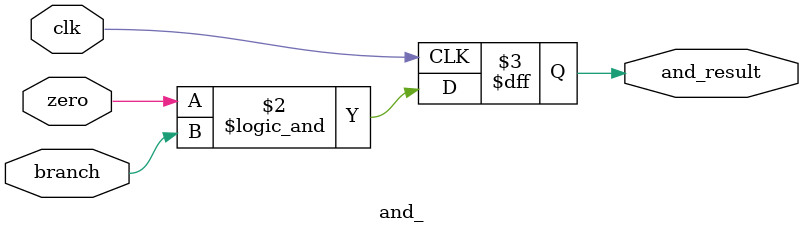
<source format=v>
module and_(zero,branch,and_result,clk);

	input zero, branch;
	input clk;
	output and_result;
	
	reg and_result;
	
	
	always @(negedge clk) //to prevent error at the rising edge
	
	begin
		and_result<=(zero && branch); //'and' logic operation
	end
	

	
endmodule

</source>
